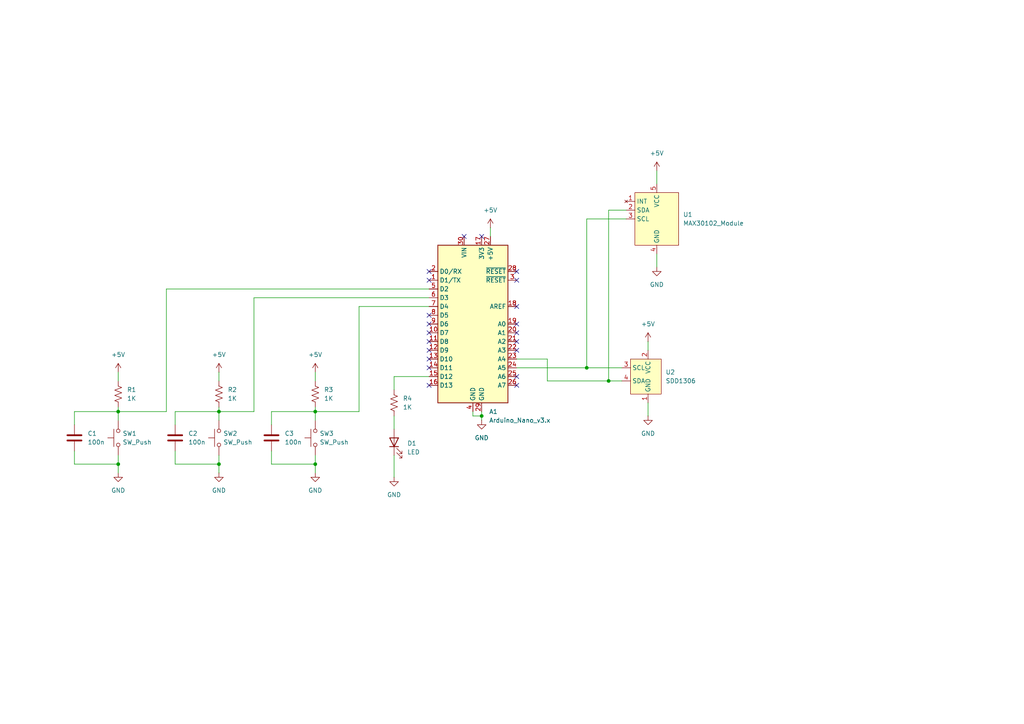
<source format=kicad_sch>
(kicad_sch (version 20250114) (generator "eeschema") (generator_version "9.0")
  (paper "A4")
  (lib_symbols
    (symbol "Device:C" (pin_numbers (hide yes)) (pin_names (offset 0.254))
      (property "Reference" "C" (at 0.635 2.54 0))
      (property "Value" "C" (at 0.635 -2.54 0))
      (symbol "C_0_1"
        (polyline (pts (xy -2.032 0.762) (xy 2.032 0.762)) (stroke (width 0.508)))
        (polyline (pts (xy -2.032 -0.762) (xy 2.032 -0.762)) (stroke (width 0.508)))
      )
      (symbol "C_1_1"
        (pin passive line (at 0 3.81 270) (length 2.794) (name "~") (number "1"))
        (pin passive line (at 0 -3.81 90) (length 2.794) (name "~") (number "2"))
      )
    )
    (symbol "Device:LED" (pin_numbers (hide yes)) (pin_names (offset 1.016) (hide yes))
      (property "Reference" "D" (at 0 2.54 0))
      (property "Value" "LED" (at 0 -2.54 0))
      (symbol "LED_0_1"
        (polyline (pts (xy -3.048 -0.762) (xy -4.572 -2.286) (xy -3.81 -2.286) (xy -4.572 -2.286) (xy -4.572 -1.524)))
        (polyline (pts (xy -1.778 -0.762) (xy -3.302 -2.286) (xy -2.54 -2.286) (xy -3.302 -2.286) (xy -3.302 -1.524)))
        (polyline (pts (xy -1.27 0) (xy 1.27 0)))
        (polyline (pts (xy -1.27 -1.27) (xy -1.27 1.27)) (stroke (width 0.254)))
        (polyline (pts (xy 1.27 -1.27) (xy 1.27 1.27) (xy -1.27 0) (xy 1.27 -1.27)) (stroke (width 0.254)))
      )
      (symbol "LED_1_1"
        (pin passive line (at -3.81 0 0) (length 2.54) (name "K") (number "1"))
        (pin passive line (at 3.81 0 180) (length 2.54) (name "A") (number "2"))
      )
    )
    (symbol "Device:R_US" (pin_numbers (hide yes)) (pin_names (offset 0))
      (property "Reference" "R" (at 2.54 0 90))
      (property "Value" "R_US" (at -2.54 0 90))
      (symbol "R_US_0_1"
        (polyline (pts (xy 0 2.286) (xy 0 2.54)))
        (polyline (pts (xy 0 2.286) (xy 1.016 1.905) (xy 0 1.524) (xy -1.016 1.143) (xy 0 0.762)))
        (polyline (pts (xy 0 0.762) (xy 1.016 0.381) (xy 0 0) (xy -1.016 -0.381) (xy 0 -0.762)))
        (polyline (pts (xy 0 -0.762) (xy 1.016 -1.143) (xy 0 -1.524) (xy -1.016 -1.905) (xy 0 -2.286)))
        (polyline (pts (xy 0 -2.286) (xy 0 -2.54)))
      )
      (symbol "R_US_1_1"
        (pin passive line (at 0 3.81 270) (length 1.27) (name "~") (number "1"))
        (pin passive line (at 0 -3.81 90) (length 1.27) (name "~") (number "2"))
      )
    )
    (symbol "MCU_Module:Arduino_Nano_v3.x"
      (property "Reference" "A" (at -10.16 23.495 0))
      (property "Value" "Arduino_Nano_v3.x" (at 5.08 -24.13 0))
      (symbol "Arduino_Nano_v3.x_0_1"
        (rectangle (start -10.16 22.86) (end 10.16 -22.86) (stroke (width 0.254)) (fill (type background)))
      )
      (symbol "Arduino_Nano_v3.x_1_1"
        (pin bidirectional line (at -12.7 15.24 0) (length 2.54) (name "D0/RX") (number "2"))
        (pin bidirectional line (at -12.7 12.7 0) (length 2.54) (name "D1/TX") (number "1"))
        (pin bidirectional line (at -12.7 10.16 0) (length 2.54) (name "D2") (number "5"))
        (pin bidirectional line (at -12.7 7.62 0) (length 2.54) (name "D3") (number "6"))
        (pin bidirectional line (at -12.7 5.08 0) (length 2.54) (name "D4") (number "7"))
        (pin bidirectional line (at -12.7 2.54 0) (length 2.54) (name "D5") (number "8"))
        (pin bidirectional line (at -12.7 0 0) (length 2.54) (name "D6") (number "9"))
        (pin bidirectional line (at -12.7 -2.54 0) (length 2.54) (name "D7") (number "10"))
        (pin bidirectional line (at -12.7 -5.08 0) (length 2.54) (name "D8") (number "11"))
        (pin bidirectional line (at -12.7 -7.62 0) (length 2.54) (name "D9") (number "12"))
        (pin bidirectional line (at -12.7 -10.16 0) (length 2.54) (name "D10") (number "13"))
        (pin bidirectional line (at -12.7 -12.7 0) (length 2.54) (name "D11") (number "14"))
        (pin bidirectional line (at -12.7 -15.24 0) (length 2.54) (name "D12") (number "15"))
        (pin bidirectional line (at -12.7 -17.78 0) (length 2.54) (name "D13") (number "16"))
        (pin power_in line (at -2.54 25.4 270) (length 2.54) (name "VIN") (number "30"))
        (pin power_in line (at 0 -25.4 90) (length 2.54) (name "GND") (number "4"))
        (pin power_out line (at 2.54 25.4 270) (length 2.54) (name "3V3") (number "17"))
        (pin power_in line (at 2.54 -25.4 90) (length 2.54) (name "GND") (number "29"))
        (pin power_out line (at 5.08 25.4 270) (length 2.54) (name "+5V") (number "27"))
        (pin input line (at 12.7 15.24 180) (length 2.54) (name "~{RESET}") (number "28"))
        (pin input line (at 12.7 12.7 180) (length 2.54) (name "~{RESET}") (number "3"))
        (pin input line (at 12.7 5.08 180) (length 2.54) (name "AREF") (number "18"))
        (pin bidirectional line (at 12.7 0 180) (length 2.54) (name "A0") (number "19"))
        (pin bidirectional line (at 12.7 -2.54 180) (length 2.54) (name "A1") (number "20"))
        (pin bidirectional line (at 12.7 -5.08 180) (length 2.54) (name "A2") (number "21"))
        (pin bidirectional line (at 12.7 -7.62 180) (length 2.54) (name "A3") (number "22"))
        (pin bidirectional line (at 12.7 -10.16 180) (length 2.54) (name "A4") (number "23"))
        (pin bidirectional line (at 12.7 -12.7 180) (length 2.54) (name "A5") (number "24"))
        (pin bidirectional line (at 12.7 -15.24 180) (length 2.54) (name "A6") (number "25"))
        (pin bidirectional line (at 12.7 -17.78 180) (length 2.54) (name "A7") (number "26"))
      )
    )
    (symbol "Switch:SW_Push" (pin_numbers (hide yes)) (pin_names (offset 1.016) (hide yes))
      (property "Reference" "SW" (at 1.27 2.54 0))
      (property "Value" "SW_Push" (at 0 -1.524 0))
      (symbol "SW_Push_0_1"
        (circle (center -2.032 0) (radius 0.508))
        (polyline (pts (xy 0 1.27) (xy 0 3.048)))
        (circle (center 2.032 0) (radius 0.508))
        (polyline (pts (xy 2.54 1.27) (xy -2.54 1.27)))
        (pin passive line (at -5.08 0 0) (length 2.54) (name "1") (number "1"))
        (pin passive line (at 5.08 0 180) (length 2.54) (name "2") (number "2"))
      )
    )
    (symbol "power:+5V" (power) (pin_numbers (hide yes)) (pin_names (offset 0) (hide yes))
      (property "Value" "+5V" (at 0 3.556 0))
      (symbol "+5V_0_1"
        (polyline (pts (xy -0.762 1.27) (xy 0 2.54)))
        (polyline (pts (xy 0 2.54) (xy 0.762 1.27)))
        (polyline (pts (xy 0 0) (xy 0 2.54)))
      )
      (symbol "+5V_1_1"
        (pin power_in line (at 0 0 90) (length 0) (name "~") (number "1"))
      )
    )
    (symbol "power:GND" (power) (pin_numbers (hide yes)) (pin_names (offset 0) (hide yes))
      (property "Value" "GND" (at 0 -3.81 0))
      (symbol "GND_0_1"
        (polyline (pts (xy 0 0) (xy 0 -1.27) (xy 1.27 -1.27) (xy 0 -2.54) (xy -1.27 -1.27) (xy 0 -1.27)))
      )
      (symbol "GND_1_1"
        (pin power_in line (at 0 0 270) (length 0) (name "~") (number "1"))
      )
    )
    (symbol "sp02stuff:MAX30102_Module"
      (property "Reference" "U" (at 0 0 0))
      (property "Value" "MAX30102_Module" (at 15.494 0 0))
      (symbol "MAX30102_Module_1_1"
        (rectangle (start -6.35 7.62) (end 6.35 -7.62) (fill (type background)))
        (pin no_connect line (at -8.89 5.08 0) (length 2.54) (name "INT") (number "1"))
        (pin bidirectional line (at -8.89 2.54 0) (length 2.54) (name "SDA") (number "2"))
        (pin input line (at -8.89 0 0) (length 2.54) (name "SCL") (number "3"))
        (pin power_in line (at 0 10.16 270) (length 2.54) (name "VCC") (number "5"))
        (pin power_out line (at 0 -10.16 90) (length 2.54) (name "GND") (number "4"))
      )
    )
    (symbol "sp02stuff:SSD1306"
      (property "Reference" "U" (at 0 0 0))
      (property "Value" "SDD1306" (at 11.684 -0.762 0))
      (symbol "SSD1306_1_1"
        (rectangle (start -2.54 3.81) (end 6.35 -6.35) (fill (type background)))
        (pin input line (at -5.08 1.27 0) (length 2.54) (name "SCL") (number "3"))
        (pin bidirectional line (at -5.08 -2.54 0) (length 2.54) (name "SDA") (number "4"))
        (pin power_in line (at 2.54 6.35 270) (length 2.54) (name "VCC") (number "2"))
        (pin power_in line (at 2.54 -8.89 90) (length 2.54) (name "GND") (number "1"))
      )
    )
  )
  (junction (at 176.53 110.49))
  (junction (at 91.44 134.62))
  (junction (at 139.7 120.65))
  (junction (at 91.44 119.38))
  (junction (at 170.18 106.68))
  (junction (at 34.29 134.62))
  (junction (at 34.29 119.38))
  (junction (at 63.5 119.38))
  (junction (at 63.5 134.62))
  (no_connect (at 124.46 106.68))
  (no_connect (at 149.86 109.22))
  (no_connect (at 149.86 81.28))
  (no_connect (at 124.46 81.28))
  (no_connect (at 124.46 78.74))
  (no_connect (at 124.46 93.98))
  (no_connect (at 149.86 78.74))
  (no_connect (at 134.62 68.58))
  (no_connect (at 139.7 68.58))
  (no_connect (at 149.86 101.6))
  (no_connect (at 149.86 99.06))
  (no_connect (at 124.46 111.76))
  (no_connect (at 149.86 88.9))
  (no_connect (at 124.46 99.06))
  (no_connect (at 124.46 101.6))
  (no_connect (at 124.46 96.52))
  (no_connect (at 124.46 91.44))
  (no_connect (at 124.46 104.14))
  (no_connect (at 149.86 111.76))
  (no_connect (at 149.86 93.98))
  (no_connect (at 149.86 96.52))
  (wire (pts (xy 114.3 109.22) (xy 124.46 109.22)))
  (wire (pts (xy 50.8 119.38) (xy 63.5 119.38)))
  (wire (pts (xy 149.86 106.68) (xy 170.18 106.68)))
  (wire (pts (xy 63.5 107.95) (xy 63.5 110.49)))
  (wire (pts (xy 63.5 132.08) (xy 63.5 134.62)))
  (wire (pts (xy 176.53 110.49) (xy 180.34 110.49)))
  (wire (pts (xy 21.59 134.62) (xy 34.29 134.62)))
  (wire (pts (xy 158.75 104.14) (xy 158.75 110.49)))
  (wire (pts (xy 158.75 110.49) (xy 176.53 110.49)))
  (wire (pts (xy 63.5 118.11) (xy 63.5 119.38)))
  (wire (pts (xy 190.5 73.66) (xy 190.5 77.47)))
  (wire (pts (xy 91.44 134.62) (xy 91.44 137.16)))
  (wire (pts (xy 48.26 83.82) (xy 124.46 83.82)))
  (wire (pts (xy 114.3 120.65) (xy 114.3 124.46)))
  (wire (pts (xy 78.74 130.81) (xy 78.74 134.62)))
  (wire (pts (xy 34.29 119.38) (xy 48.26 119.38)))
  (wire (pts (xy 73.66 86.36) (xy 124.46 86.36)))
  (wire (pts (xy 34.29 134.62) (xy 34.29 137.16)))
  (wire (pts (xy 104.14 119.38) (xy 104.14 88.9)))
  (wire (pts (xy 34.29 118.11) (xy 34.29 119.38)))
  (wire (pts (xy 176.53 60.96) (xy 176.53 110.49)))
  (wire (pts (xy 78.74 134.62) (xy 91.44 134.62)))
  (wire (pts (xy 181.61 60.96) (xy 176.53 60.96)))
  (wire (pts (xy 78.74 119.38) (xy 91.44 119.38)))
  (wire (pts (xy 91.44 119.38) (xy 104.14 119.38)))
  (wire (pts (xy 139.7 119.38) (xy 139.7 120.65)))
  (wire (pts (xy 91.44 118.11) (xy 91.44 119.38)))
  (wire (pts (xy 73.66 119.38) (xy 73.66 86.36)))
  (wire (pts (xy 50.8 130.81) (xy 50.8 134.62)))
  (wire (pts (xy 187.96 99.06) (xy 187.96 101.6)))
  (wire (pts (xy 34.29 132.08) (xy 34.29 134.62)))
  (wire (pts (xy 91.44 132.08) (xy 91.44 134.62)))
  (wire (pts (xy 104.14 88.9) (xy 124.46 88.9)))
  (wire (pts (xy 181.61 63.5) (xy 170.18 63.5)))
  (wire (pts (xy 78.74 123.19) (xy 78.74 119.38)))
  (wire (pts (xy 170.18 106.68) (xy 180.34 106.68)))
  (wire (pts (xy 21.59 123.19) (xy 21.59 119.38)))
  (wire (pts (xy 91.44 119.38) (xy 91.44 121.92)))
  (wire (pts (xy 170.18 63.5) (xy 170.18 106.68)))
  (wire (pts (xy 137.16 120.65) (xy 139.7 120.65)))
  (wire (pts (xy 190.5 49.53) (xy 190.5 53.34)))
  (wire (pts (xy 48.26 119.38) (xy 48.26 83.82)))
  (wire (pts (xy 91.44 107.95) (xy 91.44 110.49)))
  (wire (pts (xy 21.59 119.38) (xy 34.29 119.38)))
  (wire (pts (xy 187.96 116.84) (xy 187.96 120.65)))
  (wire (pts (xy 50.8 123.19) (xy 50.8 119.38)))
  (wire (pts (xy 63.5 119.38) (xy 63.5 121.92)))
  (wire (pts (xy 149.86 104.14) (xy 158.75 104.14)))
  (wire (pts (xy 63.5 119.38) (xy 73.66 119.38)))
  (wire (pts (xy 142.24 66.04) (xy 142.24 68.58)))
  (wire (pts (xy 114.3 113.03) (xy 114.3 109.22)))
  (wire (pts (xy 114.3 132.08) (xy 114.3 138.43)))
  (wire (pts (xy 63.5 134.62) (xy 63.5 137.16)))
  (wire (pts (xy 139.7 120.65) (xy 139.7 121.92)))
  (wire (pts (xy 34.29 119.38) (xy 34.29 121.92)))
  (wire (pts (xy 34.29 107.95) (xy 34.29 110.49)))
  (wire (pts (xy 21.59 130.81) (xy 21.59 134.62)))
  (wire (pts (xy 50.8 134.62) (xy 63.5 134.62)))
  (wire (pts (xy 137.16 119.38) (xy 137.16 120.65)))
  (symbol (lib_id "power:+5V") (at 190.5 49.53 0) (unit 1)
    (property "Reference" "#PWR012" (effects (hide yes)))
    (property "Value" "+5V" (at 190.5 44.45 0))
    (property "Description" "Power symbol creates a global label with name \"+5V\"" (effects (hide yes)))
  )
  (symbol (lib_id "power:GND") (at 34.29 137.16 0) (unit 1)
    (property "Reference" "#PWR04" (effects (hide yes)))
    (property "Value" "GND" (at 34.29 142.24 0))
    (property "Description" "Power symbol creates a global label with name \"GND\" , ground" (effects (hide yes)))
  )
  (symbol (lib_id "Device:LED") (at 114.3 128.27 90) (unit 1)
    (property "Reference" "D1" (at 118.11 128.5874 90) (effects (justify right)))
    (property "Value" "LED" (at 118.11 131.1274 90) (effects (justify right)))
    (property "Footprint" "LED_THT:LED_D5.0mm" (effects (hide yes)))
    (property "Description" "Light emitting diode" (effects (hide yes)))
    (property "Sim.Pins" "1=K 2=A" (effects (hide yes)))
  )
  (symbol (lib_id "sp02stuff:MAX30102_Module") (at 190.5 63.5 0) (unit 1)
    (property "Reference" "U1" (at 198.12 62.2299 0) (effects (justify left)))
    (property "Value" "MAX30102_Module" (at 198.12 64.7699 0) (effects (justify left)))
    (property "Footprint" "SPo2stuff:MAX30102_Module" (effects (hide yes)))
  )
  (symbol (lib_id "power:GND") (at 114.3 138.43 0) (unit 1)
    (property "Reference" "#PWR09" (effects (hide yes)))
    (property "Value" "GND" (at 114.3 143.51 0))
    (property "Description" "Power symbol creates a global label with name \"GND\" , ground" (effects (hide yes)))
  )
  (symbol (lib_id "Device:R_US") (at 34.29 114.3 0) (unit 1)
    (property "Reference" "R1" (at 36.83 113.0299 0) (effects (justify left)))
    (property "Value" "1K" (at 36.83 115.5699 0) (effects (justify left)))
    (property "Footprint" "Resistor_THT:R_Axial_DIN0207_L6.3mm_D2.5mm_P7.62mm_Horizontal" (effects (hide yes)))
    (property "Description" "Resistor, US symbol" (effects (hide yes)))
  )
  (symbol (lib_id "power:+5V") (at 187.96 99.06 0) (unit 1)
    (property "Reference" "#PWR013" (effects (hide yes)))
    (property "Value" "+5V" (at 187.96 93.98 0))
    (property "Description" "Power symbol creates a global label with name \"+5V\"" (effects (hide yes)))
  )
  (symbol (lib_id "MCU_Module:Arduino_Nano_v3.x") (at 137.16 93.98 0) (unit 1)
    (property "Reference" "A1" (at 141.8433 119.38 0) (effects (justify left)))
    (property "Value" "Arduino_Nano_v3.x" (at 141.8433 121.92 0) (effects (justify left)))
    (property "Footprint" "Module:Arduino_Nano" (effects (hide yes)))
    (property "Datasheet" "http://www.mouser.com/pdfdocs/Gravitech_Arduino_Nano3_0.pdf" (effects (hide yes)))
    (property "Description" "Arduino Nano v3.x" (effects (hide yes)))
  )
  (symbol (lib_id "power:+5V") (at 34.29 107.95 0) (unit 1)
    (property "Reference" "#PWR03" (effects (hide yes)))
    (property "Value" "+5V" (at 34.29 102.87 0))
    (property "Description" "Power symbol creates a global label with name \"+5V\"" (effects (hide yes)))
  )
  (symbol (lib_id "Device:R_US") (at 114.3 116.84 0) (unit 1)
    (property "Reference" "R4" (at 116.84 115.5699 0) (effects (justify left)))
    (property "Value" "1K" (at 116.84 118.1099 0) (effects (justify left)))
    (property "Footprint" "Resistor_THT:R_Axial_DIN0207_L6.3mm_D2.5mm_P7.62mm_Horizontal" (effects (hide yes)))
    (property "Description" "Resistor, US symbol" (effects (hide yes)))
  )
  (symbol (lib_id "power:GND") (at 190.5 77.47 0) (unit 1)
    (property "Reference" "#PWR011" (effects (hide yes)))
    (property "Value" "GND" (at 190.5 82.55 0))
    (property "Description" "Power symbol creates a global label with name \"GND\" , ground" (effects (hide yes)))
  )
  (symbol (lib_id "Device:R_US") (at 63.5 114.3 0) (unit 1)
    (property "Reference" "R2" (at 66.04 113.0299 0) (effects (justify left)))
    (property "Value" "1K" (at 66.04 115.5699 0) (effects (justify left)))
    (property "Footprint" "Resistor_THT:R_Axial_DIN0207_L6.3mm_D2.5mm_P7.62mm_Horizontal" (effects (hide yes)))
    (property "Description" "Resistor, US symbol" (effects (hide yes)))
  )
  (symbol (lib_id "Device:R_US") (at 91.44 114.3 0) (unit 1)
    (property "Reference" "R3" (at 93.98 113.0299 0) (effects (justify left)))
    (property "Value" "1K" (at 93.98 115.5699 0) (effects (justify left)))
    (property "Footprint" "Resistor_THT:R_Axial_DIN0207_L6.3mm_D2.5mm_P7.62mm_Horizontal" (effects (hide yes)))
    (property "Description" "Resistor, US symbol" (effects (hide yes)))
  )
  (symbol (lib_id "power:GND") (at 91.44 137.16 0) (unit 1)
    (property "Reference" "#PWR08" (effects (hide yes)))
    (property "Value" "GND" (at 91.44 142.24 0))
    (property "Description" "Power symbol creates a global label with name \"GND\" , ground" (effects (hide yes)))
  )
  (symbol (lib_id "Device:C") (at 78.74 127 0) (unit 1)
    (property "Reference" "C3" (at 82.55 125.7299 0) (effects (justify left)))
    (property "Value" "100n" (at 82.55 128.2699 0) (effects (justify left)))
    (property "Footprint" "Capacitor_THT:C_Disc_D4.7mm_W2.5mm_P5.00mm" (effects (hide yes)))
    (property "Description" "Unpolarized capacitor" (effects (hide yes)))
  )
  (symbol (lib_id "sp02stuff:SSD1306") (at 185.42 107.95 0) (unit 1)
    (property "Reference" "U2" (at 193.04 107.9499 0) (effects (justify left)))
    (property "Value" "SDD1306" (at 193.04 110.4899 0) (effects (justify left)))
    (property "Footprint" "SPo2stuff:SSD1306" (effects (hide yes)))
  )
  (symbol (lib_id "power:GND") (at 63.5 137.16 0) (unit 1)
    (property "Reference" "#PWR06" (effects (hide yes)))
    (property "Value" "GND" (at 63.5 142.24 0))
    (property "Description" "Power symbol creates a global label with name \"GND\" , ground" (effects (hide yes)))
  )
  (symbol (lib_id "power:GND") (at 139.7 121.92 0) (unit 1)
    (property "Reference" "#PWR02" (effects (hide yes)))
    (property "Value" "GND" (at 139.7 127 0))
    (property "Description" "Power symbol creates a global label with name \"GND\" , ground" (effects (hide yes)))
  )
  (symbol (lib_id "power:+5V") (at 91.44 107.95 0) (unit 1)
    (property "Reference" "#PWR07" (effects (hide yes)))
    (property "Value" "+5V" (at 91.44 102.87 0))
    (property "Description" "Power symbol creates a global label with name \"+5V\"" (effects (hide yes)))
  )
  (symbol (lib_id "Switch:SW_Push") (at 63.5 127 90) (unit 1)
    (property "Reference" "SW2" (at 64.77 125.7299 90) (effects (justify right)))
    (property "Value" "SW_Push" (at 64.77 128.2699 90) (effects (justify right)))
    (property "Footprint" "Button_Switch_THT:SW_PUSH_6mm" (effects (hide yes)))
    (property "Description" "Push button switch, generic, two pins" (effects (hide yes)))
  )
  (symbol (lib_id "Switch:SW_Push") (at 34.29 127 90) (unit 1)
    (property "Reference" "SW1" (at 35.56 125.7299 90) (effects (justify right)))
    (property "Value" "SW_Push" (at 35.56 128.2699 90) (effects (justify right)))
    (property "Footprint" "Button_Switch_THT:SW_PUSH_6mm" (effects (hide yes)))
    (property "Description" "Push button switch, generic, two pins" (effects (hide yes)))
  )
  (symbol (lib_id "Device:C") (at 21.59 127 0) (unit 1)
    (property "Reference" "C1" (at 25.4 125.7299 0) (effects (justify left)))
    (property "Value" "100n" (at 25.4 128.2699 0) (effects (justify left)))
    (property "Footprint" "Capacitor_THT:C_Disc_D4.7mm_W2.5mm_P5.00mm" (effects (hide yes)))
    (property "Description" "Unpolarized capacitor" (effects (hide yes)))
  )
  (symbol (lib_id "power:+5V") (at 142.24 66.04 0) (unit 1)
    (property "Reference" "#PWR01" (effects (hide yes)))
    (property "Value" "+5V" (at 142.24 60.96 0))
    (property "Description" "Power symbol creates a global label with name \"+5V\"" (effects (hide yes)))
  )
  (symbol (lib_id "power:GND") (at 187.96 120.65 0) (unit 1)
    (property "Reference" "#PWR010" (effects (hide yes)))
    (property "Value" "GND" (at 187.96 125.73 0))
    (property "Description" "Power symbol creates a global label with name \"GND\" , ground" (effects (hide yes)))
  )
  (symbol (lib_id "Device:C") (at 50.8 127 0) (unit 1)
    (property "Reference" "C2" (at 54.61 125.7299 0) (effects (justify left)))
    (property "Value" "100n" (at 54.61 128.2699 0) (effects (justify left)))
    (property "Footprint" "Capacitor_THT:C_Disc_D4.7mm_W2.5mm_P5.00mm" (effects (hide yes)))
    (property "Description" "Unpolarized capacitor" (effects (hide yes)))
  )
  (symbol (lib_id "power:+5V") (at 63.5 107.95 0) (unit 1)
    (property "Reference" "#PWR05" (effects (hide yes)))
    (property "Value" "+5V" (at 63.5 102.87 0))
    (property "Description" "Power symbol creates a global label with name \"+5V\"" (effects (hide yes)))
  )
  (symbol (lib_id "Switch:SW_Push") (at 91.44 127 90) (unit 1)
    (property "Reference" "SW3" (at 92.71 125.7299 90) (effects (justify right)))
    (property "Value" "SW_Push" (at 92.71 128.2699 90) (effects (justify right)))
    (property "Footprint" "Button_Switch_THT:SW_PUSH_6mm" (effects (hide yes)))
    (property "Description" "Push button switch, generic, two pins" (effects (hide yes)))
  )
)
</source>
